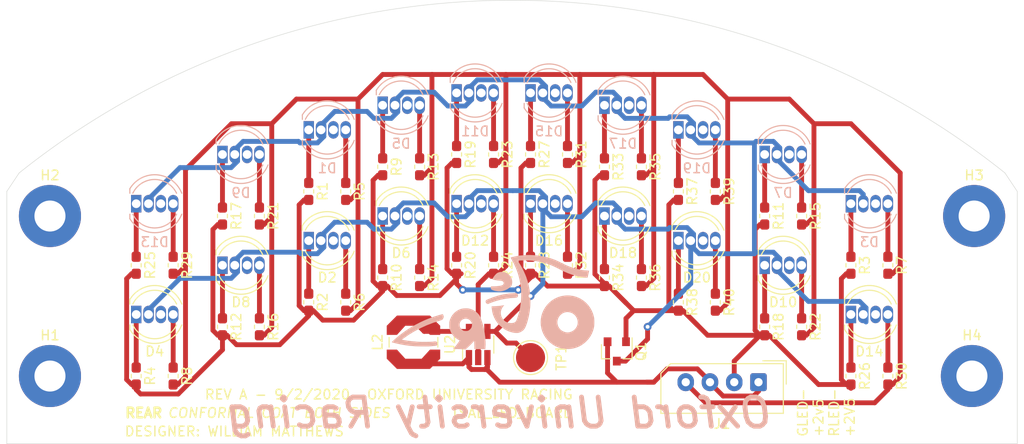
<source format=kicad_pcb>
(kicad_pcb (version 20171130) (host pcbnew 5.1.5-52549c5~84~ubuntu18.04.1)
  (layers (0 F.Cu signal) (31 B.Cu signal) (34 B.Paste user) (35 F.Paste user) (36 B.SilkS user) (37 F.SilkS user) (38 B.Mask user) (39 F.Mask user) (44 Edge.Cuts user))
  (net 0 "")
  (net 1 "Net-(D1-Pad4)")
  (net 2 "Net-(D1-Pad3)")
  (net 3 +2V5)
  (net 4 "Net-(D1-Pad1)")
  (net 5 "Net-(D2-Pad4)")
  (net 6 "Net-(D2-Pad3)")
  (net 7 "Net-(D2-Pad1)")
  (net 8 "Net-(D3-Pad4)")
  (net 9 "Net-(D3-Pad3)")
  (net 10 "Net-(D3-Pad1)")
  (net 11 "Net-(D4-Pad4)")
  (net 12 "Net-(D4-Pad3)")
  (net 13 "Net-(D4-Pad1)")
  (net 14 "Net-(D5-Pad4)")
  (net 15 "Net-(D5-Pad3)")
  (net 16 "Net-(D5-Pad1)")
  (net 17 "Net-(D6-Pad4)")
  (net 18 "Net-(D6-Pad3)")
  (net 19 "Net-(D6-Pad1)")
  (net 20 "Net-(D7-Pad4)")
  (net 21 "Net-(D7-Pad3)")
  (net 22 "Net-(D7-Pad1)")
  (net 23 "Net-(D8-Pad4)")
  (net 24 "Net-(D8-Pad3)")
  (net 25 "Net-(D8-Pad1)")
  (net 26 "Net-(D9-Pad4)")
  (net 27 "Net-(D9-Pad3)")
  (net 28 "Net-(D9-Pad1)")
  (net 29 "Net-(D10-Pad4)")
  (net 30 "Net-(D10-Pad3)")
  (net 31 "Net-(D10-Pad1)")
  (net 32 "Net-(D11-Pad4)")
  (net 33 "Net-(D11-Pad3)")
  (net 34 "Net-(D11-Pad1)")
  (net 35 "Net-(D12-Pad4)")
  (net 36 "Net-(D12-Pad3)")
  (net 37 "Net-(D12-Pad1)")
  (net 38 "Net-(D13-Pad4)")
  (net 39 "Net-(D13-Pad3)")
  (net 40 "Net-(D13-Pad1)")
  (net 41 "Net-(D14-Pad4)")
  (net 42 "Net-(D14-Pad3)")
  (net 43 "Net-(D14-Pad1)")
  (net 44 "Net-(D15-Pad4)")
  (net 45 "Net-(D15-Pad3)")
  (net 46 "Net-(D15-Pad1)")
  (net 47 "Net-(D16-Pad4)")
  (net 48 "Net-(D16-Pad3)")
  (net 49 "Net-(D16-Pad1)")
  (net 50 "Net-(D17-Pad4)")
  (net 51 "Net-(D17-Pad3)")
  (net 52 "Net-(D17-Pad1)")
  (net 53 "Net-(D18-Pad4)")
  (net 54 "Net-(D18-Pad3)")
  (net 55 "Net-(D18-Pad1)")
  (net 56 "Net-(D19-Pad4)")
  (net 57 "Net-(D19-Pad3)")
  (net 58 "Net-(D19-Pad1)")
  (net 59 "Net-(D20-Pad4)")
  (net 60 "Net-(D20-Pad3)")
  (net 61 "Net-(D20-Pad1)")
  (net 62 /GLED-)
  (net 63 /RLED-)
  (net 64 /LED+)
  (net 65 "Net-(L2-Pad2)")
  (module TestPoint:TestPoint_Pad_D3.0mm (layer F.Cu) (at 128.905 82.55)
    (fp_text reference TP1 (at 3.175 0 90) (layer F.SilkS))
    (fp_text value TestPoint)
    (pad 1 smd circle (at 0 0) (size 3 3) (layers F.Cu F.Mask) (net 64 /LED+))
  )
  (module Package_TO_SOT_SMD:SOT-23 (layer F.Cu) (at 137.795 81.915 270)
    (fp_text reference Q1 (at 0 -2.5 90) (layer F.SilkS))
    (fp_text value Q_PMOS_GSD)
    (pad 3 smd rect (at 1 0 270) (size 0.9 0.8) (layers F.Cu F.Paste F.Mask) (net 64 /LED+))
    (pad 2 smd rect (at -1 0.95 270) (size 0.9 0.8) (layers F.Cu F.Paste F.Mask) (net 3 +2V5))
    (pad 1 smd rect (at -1 -0.95 270) (size 0.9 0.8) (layers F.Cu F.Paste F.Mask) (net 63 /RLED-))
  )
  (module project:OUR-Logo (layer B.Cu) (at 125.095 76.835 180)
    (fp_text reference G*** hide)
    (fp_text value LOGO hide)
  )
  (module Package_TO_SOT_SMD:SOT-23-5_HandSoldering (layer F.Cu) (at 123.51 81.2 90)
    (fp_text reference U2 (at 0 -2.9 90) (layer F.SilkS))
    (fp_text value XC9141)
    (pad 5 smd rect (at 1.35 -0.95 90) (size 1.56 0.65) (layers F.Cu F.Paste F.Mask) (net 65 "Net-(L2-Pad2)"))
    (pad 4 smd rect (at 1.35 0.95 90) (size 1.56 0.65) (layers F.Cu F.Paste F.Mask) (net 64 /LED+))
    (pad 3 smd rect (at -1.35 0.95 90) (size 1.56 0.65) (layers F.Cu F.Paste F.Mask) (net 3 +2V5))
    (pad 2 smd rect (at -1.35 0 90) (size 1.56 0.65) (layers F.Cu F.Paste F.Mask) (net 62 /GLED-))
    (pad 1 smd rect (at -1.35 -0.95 90) (size 1.56 0.65) (layers F.Cu F.Paste F.Mask) (net 3 +2V5))
  )
  (module Inductor_SMD:L_Coilcraft_LPS5030 (layer F.Cu) (at 116.84 80.9675 90)
    (fp_text reference L2 (at 0 -3.7 90) (layer F.SilkS))
    (fp_text value 4.7uH)
    (pad 2 smd custom (at 2.2275 0 90) (size 1.055 3.4) (layers F.Cu F.Paste F.Mask) (net 65 "Net-(L2-Pad2)") (options (clearance outline) (anchor rect)) (primitives (gr_poly (pts (xy -1.4675 -1.7) (xy -0.5275 -0.8445) (xy -0.5275 0.8445) (xy -1.4675 1.7) (xy -1.4675 2.755) (xy -0.5275 2.755) (xy 0.5275 1.7) (xy 0.5275 -1.7) (xy -0.5275 -2.755) (xy -1.4675 -2.755)) (width 0))))
    (pad 1 smd custom (at -2.2275 0 90) (size 1.055 3.4) (layers F.Cu F.Paste F.Mask) (net 3 +2V5) (options (clearance outline) (anchor rect)) (primitives (gr_poly (pts (xy 1.4675 -1.7) (xy 0.5275 -0.8445) (xy 0.5275 0.8445) (xy 1.4675 1.7) (xy 1.4675 2.755) (xy 0.5275 2.755) (xy -0.5275 1.7) (xy -0.5275 -1.7) (xy 0.5275 -2.755) (xy 1.4675 -2.755)) (width 0))))
  )
  (module Resistor_SMD:R_0603_1608Metric_Pad1.05x0.95mm_HandSolder (layer F.Cu) (at 147.955 76.835 270)
    (fp_text reference R40 (at 0 -1.43 90) (layer F.SilkS))
    (fp_text value DNP)
    (pad 2 smd roundrect (at 0.875 0 270) (size 1.05 0.95) (layers F.Cu F.Paste F.Mask) (net 62 /GLED-))
    (pad 1 smd roundrect (at -0.875 0 270) (size 1.05 0.95) (layers F.Cu F.Paste F.Mask) (net 59 "Net-(D20-Pad4)"))
  )
  (module Resistor_SMD:R_0603_1608Metric_Pad1.05x0.95mm_HandSolder (layer F.Cu) (at 147.955 65.405 270)
    (fp_text reference R39 (at 0 -1.43 90) (layer F.SilkS))
    (fp_text value DNP)
    (pad 2 smd roundrect (at 0.875 0 270) (size 1.05 0.95) (layers F.Cu F.Paste F.Mask) (net 62 /GLED-))
    (pad 1 smd roundrect (at -0.875 0 270) (size 1.05 0.95) (layers F.Cu F.Paste F.Mask) (net 56 "Net-(D19-Pad4)"))
  )
  (module Resistor_SMD:R_0603_1608Metric_Pad1.05x0.95mm_HandSolder (layer F.Cu) (at 132.715 73.025 270)
    (fp_text reference R32 (at 0 -1.43 90) (layer F.SilkS))
    (fp_text value DNP)
    (pad 2 smd roundrect (at 0.875 0 270) (size 1.05 0.95) (layers F.Cu F.Paste F.Mask) (net 62 /GLED-))
    (pad 1 smd roundrect (at -0.875 0 270) (size 1.05 0.95) (layers F.Cu F.Paste F.Mask) (net 47 "Net-(D16-Pad4)"))
  )
  (module Resistor_SMD:R_0603_1608Metric_Pad1.05x0.95mm_HandSolder (layer F.Cu) (at 132.715 61.595 270)
    (fp_text reference R31 (at 0 -1.43 90) (layer F.SilkS))
    (fp_text value DNP)
    (pad 2 smd roundrect (at 0.875 0 270) (size 1.05 0.95) (layers F.Cu F.Paste F.Mask) (net 62 /GLED-))
    (pad 1 smd roundrect (at -0.875 0 270) (size 1.05 0.95) (layers F.Cu F.Paste F.Mask) (net 44 "Net-(D15-Pad4)"))
  )
  (module Resistor_SMD:R_0603_1608Metric_Pad1.05x0.95mm_HandSolder (layer F.Cu) (at 125.095 73.025 270)
    (fp_text reference R24 (at 0 -1.43 90) (layer F.SilkS))
    (fp_text value DNP)
    (pad 2 smd roundrect (at 0.875 0 270) (size 1.05 0.95) (layers F.Cu F.Paste F.Mask) (net 62 /GLED-))
    (pad 1 smd roundrect (at -0.875 0 270) (size 1.05 0.95) (layers F.Cu F.Paste F.Mask) (net 35 "Net-(D12-Pad4)"))
  )
  (module Resistor_SMD:R_0603_1608Metric_Pad1.05x0.95mm_HandSolder (layer F.Cu) (at 125.095 61.595 270)
    (fp_text reference R23 (at 0 -1.43 90) (layer F.SilkS))
    (fp_text value DNP)
    (pad 2 smd roundrect (at 0.875 0 270) (size 1.05 0.95) (layers F.Cu F.Paste F.Mask) (net 62 /GLED-))
    (pad 1 smd roundrect (at -0.875 0 270) (size 1.05 0.95) (layers F.Cu F.Paste F.Mask) (net 32 "Net-(D11-Pad4)"))
  )
  (module Resistor_SMD:R_0603_1608Metric_Pad1.05x0.95mm_HandSolder (layer F.Cu) (at 109.855 76.835 270)
    (fp_text reference R6 (at 0 -1.43 90) (layer F.SilkS))
    (fp_text value DNP)
    (pad 2 smd roundrect (at 0.875 0 270) (size 1.05 0.95) (layers F.Cu F.Paste F.Mask) (net 62 /GLED-))
    (pad 1 smd roundrect (at -0.875 0 270) (size 1.05 0.95) (layers F.Cu F.Paste F.Mask) (net 5 "Net-(D2-Pad4)"))
  )
  (module Resistor_SMD:R_0603_1608Metric_Pad1.05x0.95mm_HandSolder (layer F.Cu) (at 144.145 76.835 270)
    (fp_text reference R38 (at 0 -1.43 90) (layer F.SilkS))
    (fp_text value 15R)
    (pad 2 smd roundrect (at 0.875 0 270) (size 1.05 0.95) (layers F.Cu F.Paste F.Mask) (net 63 /RLED-))
    (pad 1 smd roundrect (at -0.875 0 270) (size 1.05 0.95) (layers F.Cu F.Paste F.Mask) (net 61 "Net-(D20-Pad1)"))
  )
  (module Resistor_SMD:R_0603_1608Metric_Pad1.05x0.95mm_HandSolder (layer F.Cu) (at 144.145 65.405 270)
    (fp_text reference R37 (at 0 -1.43 90) (layer F.SilkS))
    (fp_text value 15R)
    (pad 2 smd roundrect (at 0.875 0 270) (size 1.05 0.95) (layers F.Cu F.Paste F.Mask) (net 63 /RLED-))
    (pad 1 smd roundrect (at -0.875 0 270) (size 1.05 0.95) (layers F.Cu F.Paste F.Mask) (net 58 "Net-(D19-Pad1)"))
  )
  (module Resistor_SMD:R_0603_1608Metric_Pad1.05x0.95mm_HandSolder (layer F.Cu) (at 140.335 74.295 270)
    (fp_text reference R36 (at 0 -1.43 90) (layer F.SilkS))
    (fp_text value 39R)
    (pad 2 smd roundrect (at 0.875 0 270) (size 1.05 0.95) (layers F.Cu F.Paste F.Mask) (net 62 /GLED-))
    (pad 1 smd roundrect (at -0.875 0 270) (size 1.05 0.95) (layers F.Cu F.Paste F.Mask) (net 53 "Net-(D18-Pad4)"))
  )
  (module Resistor_SMD:R_0603_1608Metric_Pad1.05x0.95mm_HandSolder (layer F.Cu) (at 140.335 62.865 270)
    (fp_text reference R35 (at 0 -1.43 90) (layer F.SilkS))
    (fp_text value 39R)
    (pad 2 smd roundrect (at 0.875 0 270) (size 1.05 0.95) (layers F.Cu F.Paste F.Mask) (net 62 /GLED-))
    (pad 1 smd roundrect (at -0.875 0 270) (size 1.05 0.95) (layers F.Cu F.Paste F.Mask) (net 50 "Net-(D17-Pad4)"))
  )
  (module Resistor_SMD:R_0603_1608Metric_Pad1.05x0.95mm_HandSolder (layer F.Cu) (at 136.525 74.295 270)
    (fp_text reference R34 (at 0 -1.43 90) (layer F.SilkS))
    (fp_text value 15R)
    (pad 2 smd roundrect (at 0.875 0 270) (size 1.05 0.95) (layers F.Cu F.Paste F.Mask) (net 63 /RLED-))
    (pad 1 smd roundrect (at -0.875 0 270) (size 1.05 0.95) (layers F.Cu F.Paste F.Mask) (net 55 "Net-(D18-Pad1)"))
  )
  (module Resistor_SMD:R_0603_1608Metric_Pad1.05x0.95mm_HandSolder (layer F.Cu) (at 136.525 62.865 270)
    (fp_text reference R33 (at 0 -1.43 90) (layer F.SilkS))
    (fp_text value 15R)
    (pad 2 smd roundrect (at 0.875 0 270) (size 1.05 0.95) (layers F.Cu F.Paste F.Mask) (net 63 /RLED-))
    (pad 1 smd roundrect (at -0.875 0 270) (size 1.05 0.95) (layers F.Cu F.Paste F.Mask) (net 52 "Net-(D17-Pad1)"))
  )
  (module Resistor_SMD:R_0603_1608Metric_Pad1.05x0.95mm_HandSolder (layer F.Cu) (at 165.735 84.455 270)
    (fp_text reference R30 (at 0 -1.43 90) (layer F.SilkS))
    (fp_text value 39R)
    (pad 2 smd roundrect (at 0.875 0 270) (size 1.05 0.95) (layers F.Cu F.Paste F.Mask) (net 62 /GLED-))
    (pad 1 smd roundrect (at -0.875 0 270) (size 1.05 0.95) (layers F.Cu F.Paste F.Mask) (net 41 "Net-(D14-Pad4)"))
  )
  (module Resistor_SMD:R_0603_1608Metric_Pad1.05x0.95mm_HandSolder (layer F.Cu) (at 92.075 73.025 270)
    (fp_text reference R29 (at 0 -1.43 90) (layer F.SilkS))
    (fp_text value 39R)
    (pad 2 smd roundrect (at 0.875 0 270) (size 1.05 0.95) (layers F.Cu F.Paste F.Mask) (net 62 /GLED-))
    (pad 1 smd roundrect (at -0.875 0 270) (size 1.05 0.95) (layers F.Cu F.Paste F.Mask) (net 38 "Net-(D13-Pad4)"))
  )
  (module Resistor_SMD:R_0603_1608Metric_Pad1.05x0.95mm_HandSolder (layer F.Cu) (at 128.905 73.025 270)
    (fp_text reference R28 (at 0 -1.43 90) (layer F.SilkS))
    (fp_text value 15R)
    (pad 2 smd roundrect (at 0.875 0 270) (size 1.05 0.95) (layers F.Cu F.Paste F.Mask) (net 63 /RLED-))
    (pad 1 smd roundrect (at -0.875 0 270) (size 1.05 0.95) (layers F.Cu F.Paste F.Mask) (net 49 "Net-(D16-Pad1)"))
  )
  (module Resistor_SMD:R_0603_1608Metric_Pad1.05x0.95mm_HandSolder (layer F.Cu) (at 128.905 61.595 270)
    (fp_text reference R27 (at 0 -1.43 90) (layer F.SilkS))
    (fp_text value 15R)
    (pad 2 smd roundrect (at 0.875 0 270) (size 1.05 0.95) (layers F.Cu F.Paste F.Mask) (net 63 /RLED-))
    (pad 1 smd roundrect (at -0.875 0 270) (size 1.05 0.95) (layers F.Cu F.Paste F.Mask) (net 46 "Net-(D15-Pad1)"))
  )
  (module Resistor_SMD:R_0603_1608Metric_Pad1.05x0.95mm_HandSolder (layer F.Cu) (at 161.925 84.455 270)
    (fp_text reference R26 (at 0 -1.43 90) (layer F.SilkS))
    (fp_text value 15R)
    (pad 2 smd roundrect (at 0.875 0 270) (size 1.05 0.95) (layers F.Cu F.Paste F.Mask) (net 63 /RLED-))
    (pad 1 smd roundrect (at -0.875 0 270) (size 1.05 0.95) (layers F.Cu F.Paste F.Mask) (net 43 "Net-(D14-Pad1)"))
  )
  (module Resistor_SMD:R_0603_1608Metric_Pad1.05x0.95mm_HandSolder (layer F.Cu) (at 88.265 73.025 270)
    (fp_text reference R25 (at 0 -1.43 90) (layer F.SilkS))
    (fp_text value 15R)
    (pad 2 smd roundrect (at 0.875 0 270) (size 1.05 0.95) (layers F.Cu F.Paste F.Mask) (net 63 /RLED-))
    (pad 1 smd roundrect (at -0.875 0 270) (size 1.05 0.95) (layers F.Cu F.Paste F.Mask) (net 40 "Net-(D13-Pad1)"))
  )
  (module Resistor_SMD:R_0603_1608Metric_Pad1.05x0.95mm_HandSolder (layer F.Cu) (at 156.845 79.375 270)
    (fp_text reference R22 (at 0 -1.43 90) (layer F.SilkS))
    (fp_text value 39R)
    (pad 2 smd roundrect (at 0.875 0 270) (size 1.05 0.95) (layers F.Cu F.Paste F.Mask) (net 62 /GLED-))
    (pad 1 smd roundrect (at -0.875 0 270) (size 1.05 0.95) (layers F.Cu F.Paste F.Mask) (net 29 "Net-(D10-Pad4)"))
  )
  (module Resistor_SMD:R_0603_1608Metric_Pad1.05x0.95mm_HandSolder (layer F.Cu) (at 100.965 67.945 270)
    (fp_text reference R21 (at 0 -1.43 90) (layer F.SilkS))
    (fp_text value 39R)
    (pad 2 smd roundrect (at 0.875 0 270) (size 1.05 0.95) (layers F.Cu F.Paste F.Mask) (net 62 /GLED-))
    (pad 1 smd roundrect (at -0.875 0 270) (size 1.05 0.95) (layers F.Cu F.Paste F.Mask) (net 26 "Net-(D9-Pad4)"))
  )
  (module Resistor_SMD:R_0603_1608Metric_Pad1.05x0.95mm_HandSolder (layer F.Cu) (at 121.285 73.025 270)
    (fp_text reference R20 (at 0 -1.43 90) (layer F.SilkS))
    (fp_text value 15R)
    (pad 2 smd roundrect (at 0.875 0 270) (size 1.05 0.95) (layers F.Cu F.Paste F.Mask) (net 63 /RLED-))
    (pad 1 smd roundrect (at -0.875 0 270) (size 1.05 0.95) (layers F.Cu F.Paste F.Mask) (net 37 "Net-(D12-Pad1)"))
  )
  (module Resistor_SMD:R_0603_1608Metric_Pad1.05x0.95mm_HandSolder (layer F.Cu) (at 121.285 61.595 270)
    (fp_text reference R19 (at 0 -1.43 90) (layer F.SilkS))
    (fp_text value 15R)
    (pad 2 smd roundrect (at 0.875 0 270) (size 1.05 0.95) (layers F.Cu F.Paste F.Mask) (net 63 /RLED-))
    (pad 1 smd roundrect (at -0.875 0 270) (size 1.05 0.95) (layers F.Cu F.Paste F.Mask) (net 34 "Net-(D11-Pad1)"))
  )
  (module Resistor_SMD:R_0603_1608Metric_Pad1.05x0.95mm_HandSolder (layer F.Cu) (at 153.035 79.375 270)
    (fp_text reference R18 (at 0 -1.43 90) (layer F.SilkS))
    (fp_text value 15R)
    (pad 2 smd roundrect (at 0.875 0 270) (size 1.05 0.95) (layers F.Cu F.Paste F.Mask) (net 63 /RLED-))
    (pad 1 smd roundrect (at -0.875 0 270) (size 1.05 0.95) (layers F.Cu F.Paste F.Mask) (net 31 "Net-(D10-Pad1)"))
  )
  (module Resistor_SMD:R_0603_1608Metric_Pad1.05x0.95mm_HandSolder (layer F.Cu) (at 97.155 67.945 270)
    (fp_text reference R17 (at 0 -1.43 90) (layer F.SilkS))
    (fp_text value 15R)
    (pad 2 smd roundrect (at 0.875 0 270) (size 1.05 0.95) (layers F.Cu F.Paste F.Mask) (net 63 /RLED-))
    (pad 1 smd roundrect (at -0.875 0 270) (size 1.05 0.95) (layers F.Cu F.Paste F.Mask) (net 28 "Net-(D9-Pad1)"))
  )
  (module Resistor_SMD:R_0603_1608Metric_Pad1.05x0.95mm_HandSolder (layer F.Cu) (at 100.965 79.375 270)
    (fp_text reference R16 (at 0 -1.43 90) (layer F.SilkS))
    (fp_text value 39R)
    (pad 2 smd roundrect (at 0.875 0 270) (size 1.05 0.95) (layers F.Cu F.Paste F.Mask) (net 62 /GLED-))
    (pad 1 smd roundrect (at -0.875 0 270) (size 1.05 0.95) (layers F.Cu F.Paste F.Mask) (net 23 "Net-(D8-Pad4)"))
  )
  (module Resistor_SMD:R_0603_1608Metric_Pad1.05x0.95mm_HandSolder (layer F.Cu) (at 156.845 67.945 270)
    (fp_text reference R15 (at 0 -1.43 90) (layer F.SilkS))
    (fp_text value 39R)
    (pad 2 smd roundrect (at 0.875 0 270) (size 1.05 0.95) (layers F.Cu F.Paste F.Mask) (net 62 /GLED-))
    (pad 1 smd roundrect (at -0.875 0 270) (size 1.05 0.95) (layers F.Cu F.Paste F.Mask) (net 20 "Net-(D7-Pad4)"))
  )
  (module Resistor_SMD:R_0603_1608Metric_Pad1.05x0.95mm_HandSolder (layer F.Cu) (at 117.475 74.295 270)
    (fp_text reference R14 (at 0 -1.43 90) (layer F.SilkS))
    (fp_text value 39R)
    (pad 2 smd roundrect (at 0.875 0 270) (size 1.05 0.95) (layers F.Cu F.Paste F.Mask) (net 62 /GLED-))
    (pad 1 smd roundrect (at -0.875 0 270) (size 1.05 0.95) (layers F.Cu F.Paste F.Mask) (net 17 "Net-(D6-Pad4)"))
  )
  (module Resistor_SMD:R_0603_1608Metric_Pad1.05x0.95mm_HandSolder (layer F.Cu) (at 117.475 62.865 270)
    (fp_text reference R13 (at 0 -1.43 90) (layer F.SilkS))
    (fp_text value 39R)
    (pad 2 smd roundrect (at 0.875 0 270) (size 1.05 0.95) (layers F.Cu F.Paste F.Mask) (net 62 /GLED-))
    (pad 1 smd roundrect (at -0.875 0 270) (size 1.05 0.95) (layers F.Cu F.Paste F.Mask) (net 14 "Net-(D5-Pad4)"))
  )
  (module Resistor_SMD:R_0603_1608Metric_Pad1.05x0.95mm_HandSolder (layer F.Cu) (at 97.155 79.375 270)
    (fp_text reference R12 (at 0 -1.43 90) (layer F.SilkS))
    (fp_text value 15R)
    (pad 2 smd roundrect (at 0.875 0 270) (size 1.05 0.95) (layers F.Cu F.Paste F.Mask) (net 63 /RLED-))
    (pad 1 smd roundrect (at -0.875 0 270) (size 1.05 0.95) (layers F.Cu F.Paste F.Mask) (net 25 "Net-(D8-Pad1)"))
  )
  (module Resistor_SMD:R_0603_1608Metric_Pad1.05x0.95mm_HandSolder (layer F.Cu) (at 153.035 67.945 270)
    (fp_text reference R11 (at 0 -1.43 90) (layer F.SilkS))
    (fp_text value 15R)
    (pad 2 smd roundrect (at 0.875 0 270) (size 1.05 0.95) (layers F.Cu F.Paste F.Mask) (net 63 /RLED-))
    (pad 1 smd roundrect (at -0.875 0 270) (size 1.05 0.95) (layers F.Cu F.Paste F.Mask) (net 22 "Net-(D7-Pad1)"))
  )
  (module Resistor_SMD:R_0603_1608Metric_Pad1.05x0.95mm_HandSolder (layer F.Cu) (at 113.665 74.295 270)
    (fp_text reference R10 (at 0 -1.43 90) (layer F.SilkS))
    (fp_text value 15R)
    (pad 2 smd roundrect (at 0.875 0 270) (size 1.05 0.95) (layers F.Cu F.Paste F.Mask) (net 63 /RLED-))
    (pad 1 smd roundrect (at -0.875 0 270) (size 1.05 0.95) (layers F.Cu F.Paste F.Mask) (net 19 "Net-(D6-Pad1)"))
  )
  (module Resistor_SMD:R_0603_1608Metric_Pad1.05x0.95mm_HandSolder (layer F.Cu) (at 113.665 62.865 270)
    (fp_text reference R9 (at 0 -1.43 90) (layer F.SilkS))
    (fp_text value 15R)
    (pad 2 smd roundrect (at 0.875 0 270) (size 1.05 0.95) (layers F.Cu F.Paste F.Mask) (net 63 /RLED-))
    (pad 1 smd roundrect (at -0.875 0 270) (size 1.05 0.95) (layers F.Cu F.Paste F.Mask) (net 16 "Net-(D5-Pad1)"))
  )
  (module Resistor_SMD:R_0603_1608Metric_Pad1.05x0.95mm_HandSolder (layer F.Cu) (at 92.075 84.455 270)
    (fp_text reference R8 (at 0 -1.43 90) (layer F.SilkS))
    (fp_text value 39R)
    (pad 2 smd roundrect (at 0.875 0 270) (size 1.05 0.95) (layers F.Cu F.Paste F.Mask) (net 62 /GLED-))
    (pad 1 smd roundrect (at -0.875 0 270) (size 1.05 0.95) (layers F.Cu F.Paste F.Mask) (net 11 "Net-(D4-Pad4)"))
  )
  (module Resistor_SMD:R_0603_1608Metric_Pad1.05x0.95mm_HandSolder (layer F.Cu) (at 165.735 73.025 270)
    (fp_text reference R7 (at 0 -1.43 90) (layer F.SilkS))
    (fp_text value 39R)
    (pad 2 smd roundrect (at 0.875 0 270) (size 1.05 0.95) (layers F.Cu F.Paste F.Mask) (net 62 /GLED-))
    (pad 1 smd roundrect (at -0.875 0 270) (size 1.05 0.95) (layers F.Cu F.Paste F.Mask) (net 8 "Net-(D3-Pad4)"))
  )
  (module Resistor_SMD:R_0603_1608Metric_Pad1.05x0.95mm_HandSolder (layer F.Cu) (at 109.855 65.405 270)
    (fp_text reference R5 (at 0 -1.43 90) (layer F.SilkS))
    (fp_text value DNP)
    (pad 2 smd roundrect (at 0.875 0 270) (size 1.05 0.95) (layers F.Cu F.Paste F.Mask) (net 62 /GLED-))
    (pad 1 smd roundrect (at -0.875 0 270) (size 1.05 0.95) (layers F.Cu F.Paste F.Mask) (net 1 "Net-(D1-Pad4)"))
  )
  (module Resistor_SMD:R_0603_1608Metric_Pad1.05x0.95mm_HandSolder (layer F.Cu) (at 88.265 84.455 270)
    (fp_text reference R4 (at 0 -1.43 90) (layer F.SilkS))
    (fp_text value 15R)
    (pad 2 smd roundrect (at 0.875 0 270) (size 1.05 0.95) (layers F.Cu F.Paste F.Mask) (net 63 /RLED-))
    (pad 1 smd roundrect (at -0.875 0 270) (size 1.05 0.95) (layers F.Cu F.Paste F.Mask) (net 13 "Net-(D4-Pad1)"))
  )
  (module Resistor_SMD:R_0603_1608Metric_Pad1.05x0.95mm_HandSolder (layer F.Cu) (at 161.925 73.025 270)
    (fp_text reference R3 (at 0 -1.43 90) (layer F.SilkS))
    (fp_text value 15R)
    (pad 2 smd roundrect (at 0.875 0 270) (size 1.05 0.95) (layers F.Cu F.Paste F.Mask) (net 63 /RLED-))
    (pad 1 smd roundrect (at -0.875 0 270) (size 1.05 0.95) (layers F.Cu F.Paste F.Mask) (net 10 "Net-(D3-Pad1)"))
  )
  (module Resistor_SMD:R_0603_1608Metric_Pad1.05x0.95mm_HandSolder (layer F.Cu) (at 106.045 76.835 270)
    (fp_text reference R2 (at 0 -1.43 90) (layer F.SilkS))
    (fp_text value 15R)
    (pad 2 smd roundrect (at 0.875 0 270) (size 1.05 0.95) (layers F.Cu F.Paste F.Mask) (net 63 /RLED-))
    (pad 1 smd roundrect (at -0.875 0 270) (size 1.05 0.95) (layers F.Cu F.Paste F.Mask) (net 7 "Net-(D2-Pad1)"))
  )
  (module Resistor_SMD:R_0603_1608Metric_Pad1.05x0.95mm_HandSolder (layer F.Cu) (at 106.045 65.405 270)
    (fp_text reference R1 (at 0 -1.43 90) (layer F.SilkS))
    (fp_text value 15R)
    (pad 2 smd roundrect (at 0.875 0 270) (size 1.05 0.95) (layers F.Cu F.Paste F.Mask) (net 63 /RLED-))
    (pad 1 smd roundrect (at -0.875 0 270) (size 1.05 0.95) (layers F.Cu F.Paste F.Mask) (net 4 "Net-(D1-Pad1)"))
  )
  (module Connector_Molex:Molex_SPOX_5267-04A_1x04_P2.50mm_Vertical (layer F.Cu) (at 152.4 85.09 180)
    (fp_text reference J1 (at 3.75 -4.3) (layer F.SilkS))
    (fp_text value Mini-SPOX)
    (pad 4 thru_hole oval (at 7.5 0 180) (size 1.7 1.85) (drill 0.85) (layers *.Cu *.Mask) (net 62 /GLED-))
    (pad 3 thru_hole oval (at 5 0 180) (size 1.7 1.85) (drill 0.85) (layers *.Cu *.Mask) (net 3 +2V5))
    (pad 2 thru_hole oval (at 2.5 0 180) (size 1.7 1.85) (drill 0.85) (layers *.Cu *.Mask) (net 63 /RLED-))
    (pad 1 thru_hole roundrect (at 0 0 180) (size 1.7 1.85) (drill 0.85) (layers *.Cu *.Mask) (roundrect_rratio 0.147059) (net 3 +2V5))
  )
  (module MountingHole:MountingHole_3.2mm_M3_Pad (layer F.Cu) (at 174.395 84.455)
    (fp_text reference H4 (at 0 -4.2) (layer F.SilkS))
    (fp_text value MountingHole)
    (pad 1 thru_hole circle (at 0 0) (size 6.4 6.4) (drill 3.2) (layers *.Cu *.Mask))
  )
  (module MountingHole:MountingHole_3.2mm_M3_Pad (layer F.Cu) (at 174.625 67.945)
    (fp_text reference H3 (at 0 -4.2) (layer F.SilkS))
    (fp_text value MountingHole)
    (pad 1 thru_hole circle (at 0 0) (size 6.4 6.4) (drill 3.2) (layers *.Cu *.Mask))
  )
  (module MountingHole:MountingHole_3.2mm_M3_Pad (layer F.Cu) (at 79.375 67.945)
    (fp_text reference H2 (at 0 -4.2) (layer F.SilkS))
    (fp_text value MountingHole)
    (pad 1 thru_hole circle (at 0 0) (size 6.4 6.4) (drill 3.2) (layers *.Cu *.Mask))
  )
  (module MountingHole:MountingHole_3.2mm_M3_Pad (layer F.Cu) (at 79.375 84.455)
    (fp_text reference H1 (at 0 -4.2) (layer F.SilkS))
    (fp_text value MountingHole)
    (pad 1 thru_hole circle (at 0 0) (size 6.4 6.4) (drill 3.2) (layers *.Cu *.Mask))
  )
  (module LED_THT:LED_D5.0mm-4_RGB (layer F.Cu) (at 144.145 70.485)
    (fp_text reference D20 (at 1.905 3.81) (layer F.SilkS))
    (fp_text value LED_RABG)
    (pad 4 thru_hole oval (at 3.81 0) (size 1.07 1.8) (drill 0.9) (layers *.Cu *.Mask) (net 59 "Net-(D20-Pad4)"))
    (pad 3 thru_hole oval (at 2.54 0) (size 1.07 1.8) (drill 0.9) (layers *.Cu *.Mask) (net 60 "Net-(D20-Pad3)"))
    (pad 2 thru_hole oval (at 1.27 0) (size 1.07 1.8) (drill 0.9) (layers *.Cu *.Mask) (net 64 /LED+))
    (pad 1 thru_hole rect (at 0 0) (size 1.07 1.8) (drill 0.9) (layers *.Cu *.Mask) (net 61 "Net-(D20-Pad1)"))
  )
  (module LED_THT:LED_D5.0mm-4_RGB (layer B.Cu) (at 144.145 59.055)
    (fp_text reference D19 (at 1.905 3.96) (layer B.SilkS) (effects (justify mirror)))
    (fp_text value LED_RABG)
    (pad 4 thru_hole oval (at 3.81 0) (size 1.07 1.8) (drill 0.9) (layers *.Cu *.Mask) (net 56 "Net-(D19-Pad4)"))
    (pad 3 thru_hole oval (at 2.54 0) (size 1.07 1.8) (drill 0.9) (layers *.Cu *.Mask) (net 57 "Net-(D19-Pad3)"))
    (pad 2 thru_hole oval (at 1.27 0) (size 1.07 1.8) (drill 0.9) (layers *.Cu *.Mask) (net 64 /LED+))
    (pad 1 thru_hole rect (at 0 0) (size 1.07 1.8) (drill 0.9) (layers *.Cu *.Mask) (net 58 "Net-(D19-Pad1)"))
  )
  (module LED_THT:LED_D5.0mm-4_RGB (layer F.Cu) (at 136.525 67.945)
    (fp_text reference D18 (at 1.905 3.81) (layer F.SilkS))
    (fp_text value LED_RABG)
    (pad 4 thru_hole oval (at 3.81 0) (size 1.07 1.8) (drill 0.9) (layers *.Cu *.Mask) (net 53 "Net-(D18-Pad4)"))
    (pad 3 thru_hole oval (at 2.54 0) (size 1.07 1.8) (drill 0.9) (layers *.Cu *.Mask) (net 54 "Net-(D18-Pad3)"))
    (pad 2 thru_hole oval (at 1.27 0) (size 1.07 1.8) (drill 0.9) (layers *.Cu *.Mask) (net 64 /LED+))
    (pad 1 thru_hole rect (at 0 0) (size 1.07 1.8) (drill 0.9) (layers *.Cu *.Mask) (net 55 "Net-(D18-Pad1)"))
  )
  (module LED_THT:LED_D5.0mm-4_RGB (layer B.Cu) (at 136.525 56.515)
    (fp_text reference D17 (at 1.905 3.96) (layer B.SilkS) (effects (justify mirror)))
    (fp_text value LED_RABG)
    (pad 4 thru_hole oval (at 3.81 0) (size 1.07 1.8) (drill 0.9) (layers *.Cu *.Mask) (net 50 "Net-(D17-Pad4)"))
    (pad 3 thru_hole oval (at 2.54 0) (size 1.07 1.8) (drill 0.9) (layers *.Cu *.Mask) (net 51 "Net-(D17-Pad3)"))
    (pad 2 thru_hole oval (at 1.27 0) (size 1.07 1.8) (drill 0.9) (layers *.Cu *.Mask) (net 64 /LED+))
    (pad 1 thru_hole rect (at 0 0) (size 1.07 1.8) (drill 0.9) (layers *.Cu *.Mask) (net 52 "Net-(D17-Pad1)"))
  )
  (module LED_THT:LED_D5.0mm-4_RGB (layer F.Cu) (at 128.905 66.675)
    (fp_text reference D16 (at 1.905 3.81) (layer F.SilkS))
    (fp_text value LED_RABG)
    (pad 4 thru_hole oval (at 3.81 0) (size 1.07 1.8) (drill 0.9) (layers *.Cu *.Mask) (net 47 "Net-(D16-Pad4)"))
    (pad 3 thru_hole oval (at 2.54 0) (size 1.07 1.8) (drill 0.9) (layers *.Cu *.Mask) (net 48 "Net-(D16-Pad3)"))
    (pad 2 thru_hole oval (at 1.27 0) (size 1.07 1.8) (drill 0.9) (layers *.Cu *.Mask) (net 64 /LED+))
    (pad 1 thru_hole rect (at 0 0) (size 1.07 1.8) (drill 0.9) (layers *.Cu *.Mask) (net 49 "Net-(D16-Pad1)"))
  )
  (module LED_THT:LED_D5.0mm-4_RGB (layer B.Cu) (at 128.905 55.245)
    (fp_text reference D15 (at 1.905 3.96) (layer B.SilkS) (effects (justify mirror)))
    (fp_text value LED_RABG)
    (pad 4 thru_hole oval (at 3.81 0) (size 1.07 1.8) (drill 0.9) (layers *.Cu *.Mask) (net 44 "Net-(D15-Pad4)"))
    (pad 3 thru_hole oval (at 2.54 0) (size 1.07 1.8) (drill 0.9) (layers *.Cu *.Mask) (net 45 "Net-(D15-Pad3)"))
    (pad 2 thru_hole oval (at 1.27 0) (size 1.07 1.8) (drill 0.9) (layers *.Cu *.Mask) (net 64 /LED+))
    (pad 1 thru_hole rect (at 0 0) (size 1.07 1.8) (drill 0.9) (layers *.Cu *.Mask) (net 46 "Net-(D15-Pad1)"))
  )
  (module LED_THT:LED_D5.0mm-4_RGB (layer F.Cu) (at 161.925 78.105)
    (fp_text reference D14 (at 1.905 3.81) (layer F.SilkS))
    (fp_text value LED_RABG)
    (pad 4 thru_hole oval (at 3.81 0) (size 1.07 1.8) (drill 0.9) (layers *.Cu *.Mask) (net 41 "Net-(D14-Pad4)"))
    (pad 3 thru_hole oval (at 2.54 0) (size 1.07 1.8) (drill 0.9) (layers *.Cu *.Mask) (net 42 "Net-(D14-Pad3)"))
    (pad 2 thru_hole oval (at 1.27 0) (size 1.07 1.8) (drill 0.9) (layers *.Cu *.Mask) (net 64 /LED+))
    (pad 1 thru_hole rect (at 0 0) (size 1.07 1.8) (drill 0.9) (layers *.Cu *.Mask) (net 43 "Net-(D14-Pad1)"))
  )
  (module LED_THT:LED_D5.0mm-4_RGB (layer B.Cu) (at 88.265 66.675)
    (fp_text reference D13 (at 1.905 3.96) (layer B.SilkS) (effects (justify mirror)))
    (fp_text value LED_RABG)
    (pad 4 thru_hole oval (at 3.81 0) (size 1.07 1.8) (drill 0.9) (layers *.Cu *.Mask) (net 38 "Net-(D13-Pad4)"))
    (pad 3 thru_hole oval (at 2.54 0) (size 1.07 1.8) (drill 0.9) (layers *.Cu *.Mask) (net 39 "Net-(D13-Pad3)"))
    (pad 2 thru_hole oval (at 1.27 0) (size 1.07 1.8) (drill 0.9) (layers *.Cu *.Mask) (net 64 /LED+))
    (pad 1 thru_hole rect (at 0 0) (size 1.07 1.8) (drill 0.9) (layers *.Cu *.Mask) (net 40 "Net-(D13-Pad1)"))
  )
  (module LED_THT:LED_D5.0mm-4_RGB (layer F.Cu) (at 121.285 66.675)
    (fp_text reference D12 (at 1.905 3.81) (layer F.SilkS))
    (fp_text value LED_RABG)
    (pad 4 thru_hole oval (at 3.81 0) (size 1.07 1.8) (drill 0.9) (layers *.Cu *.Mask) (net 35 "Net-(D12-Pad4)"))
    (pad 3 thru_hole oval (at 2.54 0) (size 1.07 1.8) (drill 0.9) (layers *.Cu *.Mask) (net 36 "Net-(D12-Pad3)"))
    (pad 2 thru_hole oval (at 1.27 0) (size 1.07 1.8) (drill 0.9) (layers *.Cu *.Mask) (net 64 /LED+))
    (pad 1 thru_hole rect (at 0 0) (size 1.07 1.8) (drill 0.9) (layers *.Cu *.Mask) (net 37 "Net-(D12-Pad1)"))
  )
  (module LED_THT:LED_D5.0mm-4_RGB (layer B.Cu) (at 121.285 55.245)
    (fp_text reference D11 (at 1.905 3.96) (layer B.SilkS) (effects (justify mirror)))
    (fp_text value LED_RABG)
    (pad 4 thru_hole oval (at 3.81 0) (size 1.07 1.8) (drill 0.9) (layers *.Cu *.Mask) (net 32 "Net-(D11-Pad4)"))
    (pad 3 thru_hole oval (at 2.54 0) (size 1.07 1.8) (drill 0.9) (layers *.Cu *.Mask) (net 33 "Net-(D11-Pad3)"))
    (pad 2 thru_hole oval (at 1.27 0) (size 1.07 1.8) (drill 0.9) (layers *.Cu *.Mask) (net 64 /LED+))
    (pad 1 thru_hole rect (at 0 0) (size 1.07 1.8) (drill 0.9) (layers *.Cu *.Mask) (net 34 "Net-(D11-Pad1)"))
  )
  (module LED_THT:LED_D5.0mm-4_RGB (layer F.Cu) (at 153.035 73.025)
    (fp_text reference D10 (at 1.905 3.81) (layer F.SilkS))
    (fp_text value LED_RABG)
    (pad 4 thru_hole oval (at 3.81 0) (size 1.07 1.8) (drill 0.9) (layers *.Cu *.Mask) (net 29 "Net-(D10-Pad4)"))
    (pad 3 thru_hole oval (at 2.54 0) (size 1.07 1.8) (drill 0.9) (layers *.Cu *.Mask) (net 30 "Net-(D10-Pad3)"))
    (pad 2 thru_hole oval (at 1.27 0) (size 1.07 1.8) (drill 0.9) (layers *.Cu *.Mask) (net 64 /LED+))
    (pad 1 thru_hole rect (at 0 0) (size 1.07 1.8) (drill 0.9) (layers *.Cu *.Mask) (net 31 "Net-(D10-Pad1)"))
  )
  (module LED_THT:LED_D5.0mm-4_RGB (layer B.Cu) (at 97.155 61.595)
    (fp_text reference D9 (at 1.905 3.96) (layer B.SilkS) (effects (justify mirror)))
    (fp_text value LED_RABG)
    (pad 4 thru_hole oval (at 3.81 0) (size 1.07 1.8) (drill 0.9) (layers *.Cu *.Mask) (net 26 "Net-(D9-Pad4)"))
    (pad 3 thru_hole oval (at 2.54 0) (size 1.07 1.8) (drill 0.9) (layers *.Cu *.Mask) (net 27 "Net-(D9-Pad3)"))
    (pad 2 thru_hole oval (at 1.27 0) (size 1.07 1.8) (drill 0.9) (layers *.Cu *.Mask) (net 64 /LED+))
    (pad 1 thru_hole rect (at 0 0) (size 1.07 1.8) (drill 0.9) (layers *.Cu *.Mask) (net 28 "Net-(D9-Pad1)"))
  )
  (module LED_THT:LED_D5.0mm-4_RGB (layer F.Cu) (at 97.155 73.025)
    (fp_text reference D8 (at 1.905 3.81) (layer F.SilkS))
    (fp_text value LED_RABG)
    (pad 4 thru_hole oval (at 3.81 0) (size 1.07 1.8) (drill 0.9) (layers *.Cu *.Mask) (net 23 "Net-(D8-Pad4)"))
    (pad 3 thru_hole oval (at 2.54 0) (size 1.07 1.8) (drill 0.9) (layers *.Cu *.Mask) (net 24 "Net-(D8-Pad3)"))
    (pad 2 thru_hole oval (at 1.27 0) (size 1.07 1.8) (drill 0.9) (layers *.Cu *.Mask) (net 64 /LED+))
    (pad 1 thru_hole rect (at 0 0) (size 1.07 1.8) (drill 0.9) (layers *.Cu *.Mask) (net 25 "Net-(D8-Pad1)"))
  )
  (module LED_THT:LED_D5.0mm-4_RGB (layer B.Cu) (at 153.035 61.595)
    (fp_text reference D7 (at 1.905 3.96) (layer B.SilkS) (effects (justify mirror)))
    (fp_text value LED_RABG)
    (pad 4 thru_hole oval (at 3.81 0) (size 1.07 1.8) (drill 0.9) (layers *.Cu *.Mask) (net 20 "Net-(D7-Pad4)"))
    (pad 3 thru_hole oval (at 2.54 0) (size 1.07 1.8) (drill 0.9) (layers *.Cu *.Mask) (net 21 "Net-(D7-Pad3)"))
    (pad 2 thru_hole oval (at 1.27 0) (size 1.07 1.8) (drill 0.9) (layers *.Cu *.Mask) (net 64 /LED+))
    (pad 1 thru_hole rect (at 0 0) (size 1.07 1.8) (drill 0.9) (layers *.Cu *.Mask) (net 22 "Net-(D7-Pad1)"))
  )
  (module LED_THT:LED_D5.0mm-4_RGB (layer F.Cu) (at 113.665 67.945)
    (fp_text reference D6 (at 1.905 3.81) (layer F.SilkS))
    (fp_text value LED_RABG)
    (pad 4 thru_hole oval (at 3.81 0) (size 1.07 1.8) (drill 0.9) (layers *.Cu *.Mask) (net 17 "Net-(D6-Pad4)"))
    (pad 3 thru_hole oval (at 2.54 0) (size 1.07 1.8) (drill 0.9) (layers *.Cu *.Mask) (net 18 "Net-(D6-Pad3)"))
    (pad 2 thru_hole oval (at 1.27 0) (size 1.07 1.8) (drill 0.9) (layers *.Cu *.Mask) (net 64 /LED+))
    (pad 1 thru_hole rect (at 0 0) (size 1.07 1.8) (drill 0.9) (layers *.Cu *.Mask) (net 19 "Net-(D6-Pad1)"))
  )
  (module LED_THT:LED_D5.0mm-4_RGB (layer B.Cu) (at 113.665 56.515)
    (fp_text reference D5 (at 1.905 3.96) (layer B.SilkS) (effects (justify mirror)))
    (fp_text value LED_RABG)
    (pad 4 thru_hole oval (at 3.81 0) (size 1.07 1.8) (drill 0.9) (layers *.Cu *.Mask) (net 14 "Net-(D5-Pad4)"))
    (pad 3 thru_hole oval (at 2.54 0) (size 1.07 1.8) (drill 0.9) (layers *.Cu *.Mask) (net 15 "Net-(D5-Pad3)"))
    (pad 2 thru_hole oval (at 1.27 0) (size 1.07 1.8) (drill 0.9) (layers *.Cu *.Mask) (net 64 /LED+))
    (pad 1 thru_hole rect (at 0 0) (size 1.07 1.8) (drill 0.9) (layers *.Cu *.Mask) (net 16 "Net-(D5-Pad1)"))
  )
  (module LED_THT:LED_D5.0mm-4_RGB (layer F.Cu) (at 88.265 78.105)
    (fp_text reference D4 (at 1.905 3.81) (layer F.SilkS))
    (fp_text value LED_RABG)
    (pad 4 thru_hole oval (at 3.81 0) (size 1.07 1.8) (drill 0.9) (layers *.Cu *.Mask) (net 11 "Net-(D4-Pad4)"))
    (pad 3 thru_hole oval (at 2.54 0) (size 1.07 1.8) (drill 0.9) (layers *.Cu *.Mask) (net 12 "Net-(D4-Pad3)"))
    (pad 2 thru_hole oval (at 1.27 0) (size 1.07 1.8) (drill 0.9) (layers *.Cu *.Mask) (net 64 /LED+))
    (pad 1 thru_hole rect (at 0 0) (size 1.07 1.8) (drill 0.9) (layers *.Cu *.Mask) (net 13 "Net-(D4-Pad1)"))
  )
  (module LED_THT:LED_D5.0mm-4_RGB (layer B.Cu) (at 161.925 66.675)
    (fp_text reference D3 (at 1.905 3.96) (layer B.SilkS) (effects (justify mirror)))
    (fp_text value LED_RABG)
    (pad 4 thru_hole oval (at 3.81 0) (size 1.07 1.8) (drill 0.9) (layers *.Cu *.Mask) (net 8 "Net-(D3-Pad4)"))
    (pad 3 thru_hole oval (at 2.54 0) (size 1.07 1.8) (drill 0.9) (layers *.Cu *.Mask) (net 9 "Net-(D3-Pad3)"))
    (pad 2 thru_hole oval (at 1.27 0) (size 1.07 1.8) (drill 0.9) (layers *.Cu *.Mask) (net 64 /LED+))
    (pad 1 thru_hole rect (at 0 0) (size 1.07 1.8) (drill 0.9) (layers *.Cu *.Mask) (net 10 "Net-(D3-Pad1)"))
  )
  (module LED_THT:LED_D5.0mm-4_RGB (layer F.Cu) (at 106.045 70.485)
    (fp_text reference D2 (at 1.905 3.81) (layer F.SilkS))
    (fp_text value LED_RABG)
    (pad 4 thru_hole oval (at 3.81 0) (size 1.07 1.8) (drill 0.9) (layers *.Cu *.Mask) (net 5 "Net-(D2-Pad4)"))
    (pad 3 thru_hole oval (at 2.54 0) (size 1.07 1.8) (drill 0.9) (layers *.Cu *.Mask) (net 6 "Net-(D2-Pad3)"))
    (pad 2 thru_hole oval (at 1.27 0) (size 1.07 1.8) (drill 0.9) (layers *.Cu *.Mask) (net 64 /LED+))
    (pad 1 thru_hole rect (at 0 0) (size 1.07 1.8) (drill 0.9) (layers *.Cu *.Mask) (net 7 "Net-(D2-Pad1)"))
  )
  (module LED_THT:LED_D5.0mm-4_RGB (layer B.Cu) (at 106.045 59.055)
    (fp_text reference D1 (at 1.905 3.96) (layer B.SilkS) (effects (justify mirror)))
    (fp_text value LED_RABG)
    (pad 4 thru_hole oval (at 3.81 0) (size 1.07 1.8) (drill 0.9) (layers *.Cu *.Mask) (net 1 "Net-(D1-Pad4)"))
    (pad 3 thru_hole oval (at 2.54 0) (size 1.07 1.8) (drill 0.9) (layers *.Cu *.Mask) (net 2 "Net-(D1-Pad3)"))
    (pad 2 thru_hole oval (at 1.27 0) (size 1.07 1.8) (drill 0.9) (layers *.Cu *.Mask) (net 64 /LED+))
    (pad 1 thru_hole rect (at 0 0) (size 1.07 1.8) (drill 0.9) (layers *.Cu *.Mask) (net 4 "Net-(D1-Pad1)"))
  )
  (gr_line (start 74.93 91.44) (end 74.93 65.405) (layer Edge.Cuts) (width 0.05))
  (gr_line (start 179.07 91.44) (end 74.93 91.44) (layer Edge.Cuts) (width 0.05))
  (gr_line (start 179.07 65.405) (end 179.07 91.44) (layer Edge.Cuts) (width 0.05))
  (gr_text "OXFORD UNIVERSITY RACING" (at 133.35 86.36) (layer F.SilkS) (effects (font (size 1 1)) (justify right)))
  (gr_text REAR (at 86.995 88.265) (layer F.SilkS) (effects (font (size 1 1) (thickness 0.25)) (justify left)))
  (gr_text "Oxford University Racing" (at 125.73 88.265) (layer B.SilkS) (effects (font (size 3 3) (thickness 0.5) italic) (justify mirror)))
  (gr_text "GLED-\n+2v5\nRLED-\n+2V5" (at 159.385 90.805 90) (layer F.SilkS) (effects (font (size 1 1)) (justify left)))
  (gr_text "DESIGNER: WILLIAM MATTHEWS" (at 86.995 90.17) (layer F.SilkS) (effects (font (size 1 1)) (justify left)))
  (gr_text "REV A - 9/2/2020" (at 95.25 86.36) (layer F.SilkS) (effects (font (size 1 1)) (justify left)))
  (gr_text "CONFORMAL COAT BOTH SIDES" (at 91.44 88.265) (layer F.SilkS) (effects (font (size 1 1) (thickness 0.15) italic) (justify left)))
  (gr_text TSAL_LED_BOARD (at 133.35 88.265) (layer F.SilkS) (effects (font (size 1 1)) (justify right)))
  (gr_line (start 76.200001 63.500001) (end 74.93 65.405) (layer Edge.Cuts) (width 0.05))
  (gr_line (start 177.8 63.5) (end 179.07 65.405) (layer Edge.Cuts) (width 0.05))
  (gr_arc (start 127 127) (end 177.799999 63.500001) (angle -77.31961651) (layer Edge.Cuts) (width 0.05))
  (segment (start 109.855 64.53) (end 109.855 59.055) (width 0.5) (layer F.Cu) (net 1))
  (segment (start 121.915 83.195) (end 122.56 82.55) (width 0.5) (layer F.Cu) (net 3))
  (segment (start 116.84 83.195) (end 121.915 83.195) (width 0.5) (layer F.Cu) (net 3))
  (segment (start 122.824999 83.780001) (end 122.56 83.515002) (width 0.5) (layer F.Cu) (net 3))
  (segment (start 124.195001 83.780001) (end 122.824999 83.780001) (width 0.5) (layer F.Cu) (net 3))
  (segment (start 124.46 83.515002) (end 124.195001 83.780001) (width 0.5) (layer F.Cu) (net 3))
  (segment (start 122.56 83.515002) (end 122.56 82.55) (width 0.5) (layer F.Cu) (net 3))
  (segment (start 124.46 82.55) (end 124.46 83.515002) (width 0.5) (layer F.Cu) (net 3))
  (segment (start 124.46 83.83) (end 125.72 85.09) (width 0.5) (layer F.Cu) (net 3))
  (segment (start 124.46 82.55) (end 124.46 83.83) (width 0.5) (layer F.Cu) (net 3))
  (segment (start 147.4 85.165) (end 147.4 85.09) (width 0.5) (layer F.Cu) (net 3))
  (segment (start 148.75 86.515) (end 147.4 85.165) (width 0.5) (layer F.Cu) (net 3))
  (segment (start 151.9 86.515) (end 148.75 86.515) (width 0.5) (layer F.Cu) (net 3))
  (segment (start 152.4 86.015) (end 151.9 86.515) (width 0.5) (layer F.Cu) (net 3))
  (segment (start 152.4 85.09) (end 152.4 86.015) (width 0.5) (layer F.Cu) (net 3))
  (segment (start 142.98001 83.71499) (end 141.605 85.09) (width 0.5) (layer F.Cu) (net 3))
  (segment (start 146.09999 83.71499) (end 142.98001 83.71499) (width 0.5) (layer F.Cu) (net 3))
  (segment (start 147.4 85.015) (end 146.09999 83.71499) (width 0.5) (layer F.Cu) (net 3))
  (segment (start 147.4 85.09) (end 147.4 85.015) (width 0.5) (layer F.Cu) (net 3))
  (segment (start 140.87 85.09) (end 141.605 85.09) (width 0.5) (layer F.Cu) (net 3))
  (segment (start 136.845 80.915) (end 136.845 80.965) (width 0.5) (layer F.Cu) (net 3))
  (segment (start 136.845 80.915) (end 136.845 84.14) (width 0.5) (layer F.Cu) (net 3))
  (segment (start 136.845 84.14) (end 137.795 85.09) (width 0.5) (layer F.Cu) (net 3))
  (segment (start 125.72 85.09) (end 137.795 85.09) (width 0.5) (layer F.Cu) (net 3))
  (segment (start 137.795 85.09) (end 141.605 85.09) (width 0.5) (layer F.Cu) (net 3))
  (segment (start 106.045 64.53) (end 106.045 59.055) (width 0.5) (layer F.Cu) (net 4))
  (segment (start 109.855 70.485) (end 109.855 75.96) (width 0.5) (layer F.Cu) (net 5))
  (segment (start 106.045 75.96) (end 106.045 70.485) (width 0.5) (layer F.Cu) (net 7))
  (segment (start 165.735 72.15) (end 165.735 66.675) (width 0.5) (layer F.Cu) (net 8))
  (segment (start 161.925 72.15) (end 161.925 66.675) (width 0.5) (layer F.Cu) (net 10))
  (segment (start 92.075 78.105) (end 92.075 83.58) (width 0.5) (layer F.Cu) (net 11))
  (segment (start 88.265 83.58) (end 88.265 78.105) (width 0.5) (layer F.Cu) (net 13))
  (segment (start 117.475 61.99) (end 117.475 56.515) (width 0.5) (layer F.Cu) (net 14))
  (segment (start 113.665 56.515) (end 113.665 61.99) (width 0.5) (layer F.Cu) (net 16))
  (segment (start 117.475 67.945) (end 117.475 73.42) (width 0.5) (layer F.Cu) (net 17))
  (segment (start 113.665 73.42) (end 113.665 67.945) (width 0.5) (layer F.Cu) (net 19))
  (segment (start 156.845 67.07) (end 156.845 61.595) (width 0.5) (layer F.Cu) (net 20))
  (segment (start 153.035 61.595) (end 153.035 67.07) (width 0.5) (layer F.Cu) (net 22))
  (segment (start 100.965 73.025) (end 100.965 78.5) (width 0.5) (layer F.Cu) (net 23))
  (segment (start 97.155 78.5) (end 97.155 73.025) (width 0.5) (layer F.Cu) (net 25))
  (segment (start 100.965 61.595) (end 100.965 67.07) (width 0.5) (layer F.Cu) (net 26))
  (segment (start 97.155 67.07) (end 97.155 61.595) (width 0.5) (layer F.Cu) (net 28))
  (segment (start 156.845 73.025) (end 156.845 78.5) (width 0.5) (layer F.Cu) (net 29))
  (segment (start 153.035 78.5) (end 153.035 73.025) (width 0.5) (layer F.Cu) (net 31))
  (segment (start 125.095 60.72) (end 125.095 55.245) (width 0.5) (layer F.Cu) (net 32))
  (segment (start 121.285 56.645) (end 121.285 60.72) (width 0.5) (layer F.Cu) (net 34))
  (segment (start 121.285 55.245) (end 121.285 56.645) (width 0.5) (layer F.Cu) (net 34))
  (segment (start 125.095 66.675) (end 125.095 72.15) (width 0.5) (layer F.Cu) (net 35))
  (segment (start 121.285 72.15) (end 121.285 66.675) (width 0.5) (layer F.Cu) (net 37))
  (segment (start 92.075 72.15) (end 92.075 66.675) (width 0.5) (layer F.Cu) (net 38))
  (segment (start 88.265 66.675) (end 88.265 72.15) (width 0.5) (layer F.Cu) (net 40))
  (segment (start 165.735 83.58) (end 165.735 78.105) (width 0.5) (layer F.Cu) (net 41))
  (segment (start 161.925 83.58) (end 161.925 78.105) (width 0.5) (layer F.Cu) (net 43))
  (segment (start 132.715 60.72) (end 132.715 55.245) (width 0.5) (layer F.Cu) (net 44))
  (segment (start 128.905 60.72) (end 128.905 55.245) (width 0.5) (layer F.Cu) (net 46))
  (segment (start 132.715 68.075) (end 132.715 72.15) (width 0.5) (layer F.Cu) (net 47))
  (segment (start 132.715 66.675) (end 132.715 68.075) (width 0.5) (layer F.Cu) (net 47))
  (segment (start 128.905 72.15) (end 128.905 66.675) (width 0.5) (layer F.Cu) (net 49))
  (segment (start 140.335 61.99) (end 140.335 56.515) (width 0.5) (layer F.Cu) (net 50))
  (segment (start 136.525 56.515) (end 136.525 61.595) (width 0.5) (layer F.Cu) (net 52))
  (segment (start 136.525 61.595) (end 136.525 61.99) (width 0.5) (layer F.Cu) (net 52))
  (segment (start 140.335 69.345) (end 140.335 73.42) (width 0.5) (layer F.Cu) (net 53))
  (segment (start 140.335 67.945) (end 140.335 69.345) (width 0.5) (layer F.Cu) (net 53))
  (segment (start 136.525 73.42) (end 136.525 67.945) (width 0.5) (layer F.Cu) (net 55))
  (segment (start 147.955 64.53) (end 147.955 59.055) (width 0.5) (layer F.Cu) (net 56))
  (segment (start 144.145 64.53) (end 144.145 59.055) (width 0.5) (layer F.Cu) (net 58))
  (segment (start 147.955 71.885) (end 147.955 75.96) (width 0.5) (layer F.Cu) (net 59))
  (segment (start 147.955 70.485) (end 147.955 71.885) (width 0.5) (layer F.Cu) (net 59))
  (segment (start 144.145 75.96) (end 144.145 70.485) (width 0.5) (layer F.Cu) (net 61))
  (segment (start 110.33 66.28) (end 111.125 65.485) (width 0.5) (layer F.Cu) (net 62))
  (segment (start 109.855 66.28) (end 110.33 66.28) (width 0.5) (layer F.Cu) (net 62))
  (segment (start 111.125 65.485) (end 111.125 55.88) (width 0.5) (layer F.Cu) (net 62))
  (segment (start 117.95 63.74) (end 118.745 62.945) (width 0.5) (layer F.Cu) (net 62))
  (segment (start 117.475 63.74) (end 117.95 63.74) (width 0.5) (layer F.Cu) (net 62))
  (segment (start 118.745 62.945) (end 118.745 53.34) (width 0.5) (layer F.Cu) (net 62))
  (segment (start 125.57 62.47) (end 126.365 61.675) (width 0.5) (layer F.Cu) (net 62))
  (segment (start 125.095 62.47) (end 125.57 62.47) (width 0.5) (layer F.Cu) (net 62))
  (segment (start 133.19 62.47) (end 133.985 61.675) (width 0.5) (layer F.Cu) (net 62))
  (segment (start 132.715 62.47) (end 133.19 62.47) (width 0.5) (layer F.Cu) (net 62))
  (segment (start 148.43 66.28) (end 149.225 65.485) (width 0.5) (layer F.Cu) (net 62))
  (segment (start 147.955 66.28) (end 148.43 66.28) (width 0.5) (layer F.Cu) (net 62))
  (segment (start 157.32 68.82) (end 158.115 68.025) (width 0.5) (layer F.Cu) (net 62))
  (segment (start 156.845 68.82) (end 157.32 68.82) (width 0.5) (layer F.Cu) (net 62))
  (segment (start 166.21 73.9) (end 167.005 73.105) (width 0.5) (layer F.Cu) (net 62))
  (segment (start 165.735 73.9) (end 166.21 73.9) (width 0.5) (layer F.Cu) (net 62))
  (segment (start 101.44 68.82) (end 100.965 68.82) (width 0.5) (layer F.Cu) (net 62))
  (segment (start 92.55 73.9) (end 93.345 73.105) (width 0.5) (layer F.Cu) (net 62))
  (segment (start 102.235 68.025) (end 101.44 68.82) (width 0.5) (layer F.Cu) (net 62))
  (segment (start 92.075 73.9) (end 92.55 73.9) (width 0.5) (layer F.Cu) (net 62))
  (segment (start 93.345 73.105) (end 93.345 63.159998) (width 0.5) (layer F.Cu) (net 62))
  (segment (start 98.084998 58.42) (end 102.235 58.42) (width 0.5) (layer F.Cu) (net 62))
  (segment (start 93.345 63.159998) (end 98.084998 58.42) (width 0.5) (layer F.Cu) (net 62))
  (segment (start 102.235 58.42) (end 102.235 68.025) (width 0.5) (layer F.Cu) (net 62))
  (segment (start 102.235 58.42) (end 104.775 55.88) (width 0.5) (layer F.Cu) (net 62))
  (segment (start 104.775 55.88) (end 111.125 55.88) (width 0.5) (layer F.Cu) (net 62))
  (segment (start 113.665 53.34) (end 118.745 53.34) (width 0.5) (layer F.Cu) (net 62))
  (segment (start 111.125 55.88) (end 113.665 53.34) (width 0.5) (layer F.Cu) (net 62))
  (segment (start 140.81 63.74) (end 140.335 63.74) (width 0.5) (layer F.Cu) (net 62))
  (segment (start 141.605 62.945) (end 140.81 63.74) (width 0.5) (layer F.Cu) (net 62))
  (segment (start 141.605 53.34) (end 141.605 62.945) (width 0.5) (layer F.Cu) (net 62))
  (segment (start 133.985 53.34) (end 141.605 53.34) (width 0.5) (layer F.Cu) (net 62))
  (segment (start 118.745 53.34) (end 126.365 53.34) (width 0.5) (layer F.Cu) (net 62))
  (segment (start 126.365 53.34) (end 133.985 53.34) (width 0.5) (layer F.Cu) (net 62))
  (segment (start 146.685 53.34) (end 149.225 55.88) (width 0.5) (layer F.Cu) (net 62))
  (segment (start 141.605 53.34) (end 146.685 53.34) (width 0.5) (layer F.Cu) (net 62))
  (segment (start 155.575 55.88) (end 158.115 58.42) (width 0.5) (layer F.Cu) (net 62))
  (segment (start 149.225 55.88) (end 155.575 55.88) (width 0.5) (layer F.Cu) (net 62))
  (segment (start 158.115 58.42) (end 161.925 58.42) (width 0.5) (layer F.Cu) (net 62))
  (segment (start 161.925 58.42) (end 167.005 63.5) (width 0.5) (layer F.Cu) (net 62))
  (segment (start 93.345 84.535) (end 93.345 73.105) (width 0.5) (layer F.Cu) (net 62))
  (segment (start 92.55 85.33) (end 93.345 84.535) (width 0.5) (layer F.Cu) (net 62))
  (segment (start 92.075 85.33) (end 92.55 85.33) (width 0.5) (layer F.Cu) (net 62))
  (segment (start 101.44 80.25) (end 100.965 80.25) (width 0.5) (layer F.Cu) (net 62))
  (segment (start 102.235 79.455) (end 101.44 80.25) (width 0.5) (layer F.Cu) (net 62))
  (segment (start 102.235 68.025) (end 102.235 79.455) (width 0.5) (layer F.Cu) (net 62))
  (segment (start 110.33 77.71) (end 111.125 76.915) (width 0.5) (layer F.Cu) (net 62))
  (segment (start 111.125 76.915) (end 111.125 65.485) (width 0.5) (layer F.Cu) (net 62))
  (segment (start 109.855 77.71) (end 110.33 77.71) (width 0.5) (layer F.Cu) (net 62))
  (segment (start 118.745 74.375) (end 118.745 62.865) (width 0.5) (layer F.Cu) (net 62))
  (segment (start 117.475 75.17) (end 117.95 75.17) (width 0.5) (layer F.Cu) (net 62))
  (segment (start 117.95 75.17) (end 118.745 74.375) (width 0.5) (layer F.Cu) (net 62))
  (segment (start 126.365 73.105) (end 126.365 60.96) (width 0.5) (layer F.Cu) (net 62))
  (segment (start 125.57 73.9) (end 126.365 73.105) (width 0.5) (layer F.Cu) (net 62))
  (segment (start 126.365 61.675) (end 126.365 60.96) (width 0.5) (layer F.Cu) (net 62))
  (segment (start 125.095 73.9) (end 125.57 73.9) (width 0.5) (layer F.Cu) (net 62))
  (segment (start 126.365 60.96) (end 126.365 53.34) (width 0.5) (layer F.Cu) (net 62))
  (segment (start 133.985 73.105) (end 133.985 61.595) (width 0.5) (layer F.Cu) (net 62))
  (segment (start 133.19 73.9) (end 133.985 73.105) (width 0.5) (layer F.Cu) (net 62))
  (segment (start 132.715 73.9) (end 133.19 73.9) (width 0.5) (layer F.Cu) (net 62))
  (segment (start 133.985 61.675) (end 133.985 61.595) (width 0.5) (layer F.Cu) (net 62))
  (segment (start 133.985 61.595) (end 133.985 53.34) (width 0.5) (layer F.Cu) (net 62))
  (segment (start 140.81 75.17) (end 140.335 75.17) (width 0.5) (layer F.Cu) (net 62))
  (segment (start 141.605 74.375) (end 140.81 75.17) (width 0.5) (layer F.Cu) (net 62))
  (segment (start 141.605 62.945) (end 141.605 74.375) (width 0.5) (layer F.Cu) (net 62))
  (segment (start 149.225 76.915) (end 149.225 64.77) (width 0.5) (layer F.Cu) (net 62))
  (segment (start 148.43 77.71) (end 149.225 76.915) (width 0.5) (layer F.Cu) (net 62))
  (segment (start 149.225 65.485) (end 149.225 64.77) (width 0.5) (layer F.Cu) (net 62))
  (segment (start 147.955 77.71) (end 148.43 77.71) (width 0.5) (layer F.Cu) (net 62))
  (segment (start 149.225 64.77) (end 149.225 55.88) (width 0.5) (layer F.Cu) (net 62))
  (segment (start 158.115 79.455) (end 158.115 67.945) (width 0.5) (layer F.Cu) (net 62))
  (segment (start 157.32 80.25) (end 158.115 79.455) (width 0.5) (layer F.Cu) (net 62))
  (segment (start 156.845 80.25) (end 157.32 80.25) (width 0.5) (layer F.Cu) (net 62))
  (segment (start 158.115 68.025) (end 158.115 67.945) (width 0.5) (layer F.Cu) (net 62))
  (segment (start 158.115 67.945) (end 158.115 58.42) (width 0.5) (layer F.Cu) (net 62))
  (segment (start 167.005 84.535) (end 167.005 73.025) (width 0.5) (layer F.Cu) (net 62))
  (segment (start 167.005 73.105) (end 167.005 73.025) (width 0.5) (layer F.Cu) (net 62))
  (segment (start 167.005 73.025) (end 167.005 63.5) (width 0.5) (layer F.Cu) (net 62))
  (segment (start 124.62 73.9) (end 125.095 73.9) (width 0.5) (layer F.Cu) (net 62))
  (segment (start 123.51 75.01) (end 124.62 73.9) (width 0.5) (layer F.Cu) (net 62))
  (segment (start 123.51 82.55) (end 123.51 75.01) (width 0.5) (layer F.Cu) (net 62))
  (segment (start 166.21 85.33) (end 167.005 84.535) (width 0.5) (layer F.Cu) (net 62))
  (segment (start 165.735 85.33) (end 166.21 85.33) (width 0.5) (layer F.Cu) (net 62))
  (segment (start 164.37499 87.21501) (end 165.735 85.855) (width 0.5) (layer F.Cu) (net 62))
  (segment (start 144.9 85.165) (end 146.95001 87.21501) (width 0.5) (layer F.Cu) (net 62))
  (segment (start 165.735 85.855) (end 165.735 85.33) (width 0.5) (layer F.Cu) (net 62))
  (segment (start 146.95001 87.21501) (end 164.37499 87.21501) (width 0.5) (layer F.Cu) (net 62))
  (segment (start 144.9 85.09) (end 144.9 85.165) (width 0.5) (layer F.Cu) (net 62))
  (via (at 121.92 75.565) (size 0.8) (drill 0.4) (layers F.Cu B.Cu) (net 63))
  (via (at 127.635 75.565) (size 0.8) (drill 0.4) (layers F.Cu B.Cu) (net 63))
  (segment (start 96.68 68.82) (end 97.155 68.82) (width 0.5) (layer F.Cu) (net 63))
  (segment (start 96.169999 69.330001) (end 96.68 68.82) (width 0.5) (layer F.Cu) (net 63))
  (segment (start 96.169999 79.739999) (end 96.169999 69.330001) (width 0.5) (layer F.Cu) (net 63))
  (segment (start 96.68 80.25) (end 96.169999 79.739999) (width 0.5) (layer F.Cu) (net 63))
  (segment (start 97.155 80.25) (end 96.68 80.25) (width 0.5) (layer F.Cu) (net 63))
  (segment (start 87.79 85.33) (end 88.265 85.33) (width 0.5) (layer F.Cu) (net 63))
  (segment (start 87.279999 84.819999) (end 87.79 85.33) (width 0.5) (layer F.Cu) (net 63))
  (segment (start 87.279999 74.410001) (end 87.279999 84.819999) (width 0.5) (layer F.Cu) (net 63))
  (segment (start 87.79 73.9) (end 87.279999 74.410001) (width 0.5) (layer F.Cu) (net 63))
  (segment (start 88.265 73.9) (end 87.79 73.9) (width 0.5) (layer F.Cu) (net 63))
  (segment (start 105.57 66.28) (end 106.045 66.28) (width 0.5) (layer F.Cu) (net 63))
  (segment (start 105.059999 66.790001) (end 105.57 66.28) (width 0.5) (layer F.Cu) (net 63))
  (segment (start 105.059999 77.199999) (end 105.059999 66.790001) (width 0.5) (layer F.Cu) (net 63))
  (segment (start 105.57 77.71) (end 105.059999 77.199999) (width 0.5) (layer F.Cu) (net 63))
  (segment (start 106.045 77.71) (end 105.57 77.71) (width 0.5) (layer F.Cu) (net 63))
  (segment (start 113.19 63.74) (end 113.665 63.74) (width 0.5) (layer F.Cu) (net 63))
  (segment (start 112.679999 64.250001) (end 113.19 63.74) (width 0.5) (layer F.Cu) (net 63))
  (segment (start 112.679999 74.659999) (end 112.679999 64.250001) (width 0.5) (layer F.Cu) (net 63))
  (segment (start 113.19 75.17) (end 112.679999 74.659999) (width 0.5) (layer F.Cu) (net 63))
  (segment (start 113.665 75.17) (end 113.19 75.17) (width 0.5) (layer F.Cu) (net 63))
  (segment (start 120.81 62.47) (end 121.285 62.47) (width 0.5) (layer F.Cu) (net 63))
  (segment (start 120.299999 62.980001) (end 120.81 62.47) (width 0.5) (layer F.Cu) (net 63))
  (segment (start 120.299999 73.389999) (end 120.299999 62.980001) (width 0.5) (layer F.Cu) (net 63))
  (segment (start 120.81 73.9) (end 120.299999 73.389999) (width 0.5) (layer F.Cu) (net 63))
  (segment (start 121.285 73.9) (end 120.81 73.9) (width 0.5) (layer F.Cu) (net 63))
  (segment (start 128.43 73.9) (end 128.905 73.9) (width 0.5) (layer F.Cu) (net 63))
  (segment (start 127.919999 73.389999) (end 128.43 73.9) (width 0.5) (layer F.Cu) (net 63))
  (segment (start 127.919999 62.980001) (end 127.919999 73.389999) (width 0.5) (layer F.Cu) (net 63))
  (segment (start 128.43 62.47) (end 127.919999 62.980001) (width 0.5) (layer F.Cu) (net 63))
  (segment (start 128.905 62.47) (end 128.43 62.47) (width 0.5) (layer F.Cu) (net 63))
  (segment (start 136.05 63.74) (end 136.525 63.74) (width 0.5) (layer F.Cu) (net 63))
  (segment (start 135.539999 64.250001) (end 136.05 63.74) (width 0.5) (layer F.Cu) (net 63))
  (segment (start 135.539999 73.932287) (end 135.539999 64.250001) (width 0.5) (layer F.Cu) (net 63))
  (segment (start 136.777712 75.17) (end 135.539999 73.932287) (width 0.5) (layer F.Cu) (net 63))
  (segment (start 136.525 75.17) (end 136.777712 75.17) (width 0.5) (layer F.Cu) (net 63))
  (segment (start 143.159999 77.199999) (end 143.67 77.71) (width 0.5) (layer F.Cu) (net 63))
  (segment (start 143.159999 66.790001) (end 143.159999 77.199999) (width 0.5) (layer F.Cu) (net 63))
  (segment (start 143.67 66.28) (end 143.159999 66.790001) (width 0.5) (layer F.Cu) (net 63))
  (segment (start 144.145 66.28) (end 143.67 66.28) (width 0.5) (layer F.Cu) (net 63))
  (segment (start 152.049999 69.330001) (end 152.56 68.82) (width 0.5) (layer F.Cu) (net 63))
  (segment (start 152.56 68.82) (end 153.035 68.82) (width 0.5) (layer F.Cu) (net 63))
  (segment (start 152.049999 79.739999) (end 152.049999 69.330001) (width 0.5) (layer F.Cu) (net 63))
  (segment (start 152.56 80.25) (end 152.049999 79.739999) (width 0.5) (layer F.Cu) (net 63))
  (segment (start 160.939999 84.819999) (end 160.939999 74.410001) (width 0.5) (layer F.Cu) (net 63))
  (segment (start 161.45 73.9) (end 161.925 73.9) (width 0.5) (layer F.Cu) (net 63))
  (segment (start 160.939999 74.410001) (end 161.45 73.9) (width 0.5) (layer F.Cu) (net 63))
  (segment (start 161.45 85.33) (end 160.939999 84.819999) (width 0.5) (layer F.Cu) (net 63))
  (segment (start 88.265 85.855) (end 88.265 85.33) (width 0.5) (layer F.Cu) (net 63))
  (segment (start 88.71501 86.30501) (end 88.265 85.855) (width 0.5) (layer F.Cu) (net 63))
  (segment (start 97.155 81.747288) (end 92.597278 86.30501) (width 0.5) (layer F.Cu) (net 63))
  (segment (start 92.597278 86.30501) (end 88.71501 86.30501) (width 0.5) (layer F.Cu) (net 63))
  (segment (start 97.155 80.25) (end 97.155 81.747288) (width 0.5) (layer F.Cu) (net 63))
  (segment (start 106.045 78.235) (end 106.045 77.71) (width 0.5) (layer F.Cu) (net 63))
  (segment (start 103.05499 81.22501) (end 106.045 78.235) (width 0.5) (layer F.Cu) (net 63))
  (segment (start 98.60501 81.22501) (end 103.05499 81.22501) (width 0.5) (layer F.Cu) (net 63))
  (segment (start 97.63 80.25) (end 98.60501 81.22501) (width 0.5) (layer F.Cu) (net 63))
  (segment (start 97.155 80.25) (end 97.63 80.25) (width 0.5) (layer F.Cu) (net 63))
  (segment (start 110.67499 78.68501) (end 113.665 75.695) (width 0.5) (layer F.Cu) (net 63))
  (segment (start 107.49501 78.68501) (end 110.67499 78.68501) (width 0.5) (layer F.Cu) (net 63))
  (segment (start 106.52 77.71) (end 107.49501 78.68501) (width 0.5) (layer F.Cu) (net 63))
  (segment (start 113.665 75.695) (end 113.665 75.17) (width 0.5) (layer F.Cu) (net 63))
  (segment (start 106.045 77.71) (end 106.52 77.71) (width 0.5) (layer F.Cu) (net 63))
  (segment (start 121.285 74.425) (end 121.285 73.9) (width 0.5) (layer F.Cu) (net 63))
  (segment (start 119.56499 76.14501) (end 121.285 74.425) (width 0.5) (layer F.Cu) (net 63))
  (segment (start 115.11501 76.14501) (end 119.56499 76.14501) (width 0.5) (layer F.Cu) (net 63))
  (segment (start 114.14 75.17) (end 115.11501 76.14501) (width 0.5) (layer F.Cu) (net 63))
  (segment (start 113.665 75.17) (end 114.14 75.17) (width 0.5) (layer F.Cu) (net 63))
  (segment (start 121.285 73.9) (end 121.76 73.9) (width 0.5) (layer F.Cu) (net 63))
  (segment (start 136.05 75.17) (end 136.525 75.17) (width 0.5) (layer F.Cu) (net 63))
  (segment (start 130.65 75.17) (end 136.05 75.17) (width 0.5) (layer F.Cu) (net 63))
  (segment (start 129.38 73.9) (end 130.65 75.17) (width 0.5) (layer F.Cu) (net 63))
  (segment (start 128.905 73.9) (end 129.38 73.9) (width 0.5) (layer F.Cu) (net 63))
  (segment (start 143.67 77.71) (end 144.145 77.71) (width 0.5) (layer F.Cu) (net 63))
  (segment (start 139.54 77.71) (end 143.67 77.71) (width 0.5) (layer F.Cu) (net 63))
  (segment (start 137 75.17) (end 139.54 77.71) (width 0.5) (layer F.Cu) (net 63))
  (segment (start 147.16 80.25) (end 152.56 80.25) (width 0.5) (layer F.Cu) (net 63))
  (segment (start 144.62 77.71) (end 147.16 80.25) (width 0.5) (layer F.Cu) (net 63))
  (segment (start 161.45 85.33) (end 161.925 85.33) (width 0.5) (layer F.Cu) (net 63))
  (segment (start 158.59 85.33) (end 161.45 85.33) (width 0.5) (layer F.Cu) (net 63))
  (segment (start 153.51 80.25) (end 158.59 85.33) (width 0.5) (layer F.Cu) (net 63))
  (segment (start 153.035 80.25) (end 153.51 80.25) (width 0.5) (layer F.Cu) (net 63))
  (segment (start 161.925 85.725) (end 161.925 85.33) (width 0.5) (layer F.Cu) (net 63))
  (segment (start 144.62 77.71) (end 144.145 77.71) (width 0.5) (layer F.Cu) (net 63))
  (segment (start 146.09 79.18) (end 144.62 77.71) (width 0.5) (layer F.Cu) (net 63))
  (segment (start 128.905 74.295) (end 127.635 75.565) (width 0.5) (layer F.Cu) (net 63))
  (segment (start 128.905 73.9) (end 128.905 74.295) (width 0.5) (layer F.Cu) (net 63))
  (segment (start 121.285 74.93) (end 121.92 75.565) (width 0.5) (layer F.Cu) (net 63))
  (segment (start 121.285 73.9) (end 121.285 74.93) (width 0.5) (layer F.Cu) (net 63))
  (segment (start 137 75.17) (end 136.525 75.17) (width 0.5) (layer F.Cu) (net 63))
  (segment (start 138.75 76.92) (end 137 75.17) (width 0.5) (layer F.Cu) (net 63))
  (segment (start 121.92 75.565) (end 127.635 75.565) (width 0.5) (layer B.Cu) (net 63))
  (segment (start 149.9 82.91) (end 152.56 80.25) (width 0.5) (layer F.Cu) (net 63))
  (segment (start 152.56 80.25) (end 153.035 80.25) (width 0.5) (layer F.Cu) (net 63))
  (segment (start 149.9 85.09) (end 149.9 82.91) (width 0.5) (layer F.Cu) (net 63))
  (segment (start 138.745 78.505) (end 138.745 80.915) (width 0.5) (layer F.Cu) (net 63))
  (segment (start 139.54 77.71) (end 138.745 78.505) (width 0.5) (layer F.Cu) (net 63))
  (via (at 140.97 79.375) (size 0.8) (drill 0.4) (layers F.Cu B.Cu) (net 64))
  (via (at 128.905 76.2) (size 0.8) (drill 0.4) (layers F.Cu B.Cu) (net 64))
  (segment (start 157.546985 65.324999) (end 162.820001 65.324999) (width 0.5) (layer B.Cu) (net 64))
  (segment (start 153.930001 60.244999) (end 154.58999 60.904988) (width 0.5) (layer B.Cu) (net 64))
  (segment (start 152.139999 60.244999) (end 153.930001 60.244999) (width 0.5) (layer B.Cu) (net 64))
  (segment (start 151.979988 60.40501) (end 152.139999 60.244999) (width 0.5) (layer B.Cu) (net 64))
  (segment (start 154.58999 60.904988) (end 154.58999 62.368004) (width 0.5) (layer B.Cu) (net 64))
  (segment (start 146.276996 60.40501) (end 151.979988 60.40501) (width 0.5) (layer B.Cu) (net 64))
  (segment (start 162.820001 65.324999) (end 163.195 65.699998) (width 0.5) (layer B.Cu) (net 64))
  (segment (start 145.69999 59.828004) (end 146.276996 60.40501) (width 0.5) (layer B.Cu) (net 64))
  (segment (start 143.089988 57.86501) (end 143.249999 57.704999) (width 0.5) (layer B.Cu) (net 64))
  (segment (start 106.940001 60.405001) (end 107.59999 59.745012) (width 0.5) (layer B.Cu) (net 64))
  (segment (start 105.149999 60.405001) (end 106.940001 60.405001) (width 0.5) (layer B.Cu) (net 64))
  (segment (start 138.656996 57.86501) (end 143.089988 57.86501) (width 0.5) (layer B.Cu) (net 64))
  (segment (start 112.769999 57.865001) (end 114.560001 57.865001) (width 0.5) (layer B.Cu) (net 64))
  (segment (start 89.81999 65.901996) (end 92.776985 62.945001) (width 0.5) (layer B.Cu) (net 64))
  (segment (start 107.59999 58.281996) (end 108.731986 57.15) (width 0.5) (layer B.Cu) (net 64))
  (segment (start 89.81999 66.39001) (end 89.81999 65.901996) (width 0.5) (layer B.Cu) (net 64))
  (segment (start 89.535 66.675) (end 89.81999 66.39001) (width 0.5) (layer B.Cu) (net 64))
  (segment (start 108.731986 57.15) (end 112.054998 57.15) (width 0.5) (layer B.Cu) (net 64))
  (segment (start 138.07999 55.824988) (end 138.07999 57.288004) (width 0.5) (layer B.Cu) (net 64))
  (segment (start 115.21999 57.205012) (end 115.21999 55.741996) (width 0.5) (layer B.Cu) (net 64))
  (segment (start 92.776985 62.945001) (end 98.050001 62.945001) (width 0.5) (layer B.Cu) (net 64))
  (segment (start 115.21999 55.741996) (end 115.796996 55.16499) (width 0.5) (layer B.Cu) (net 64))
  (segment (start 98.70999 60.821996) (end 99.286996 60.24499) (width 0.5) (layer B.Cu) (net 64))
  (segment (start 104.989988 60.24499) (end 105.149999 60.405001) (width 0.5) (layer B.Cu) (net 64))
  (segment (start 99.286996 60.24499) (end 104.989988 60.24499) (width 0.5) (layer B.Cu) (net 64))
  (segment (start 98.70999 62.285012) (end 98.70999 60.821996) (width 0.5) (layer B.Cu) (net 64))
  (segment (start 98.050001 62.945001) (end 98.70999 62.285012) (width 0.5) (layer B.Cu) (net 64))
  (segment (start 154.58999 62.368004) (end 157.546985 65.324999) (width 0.5) (layer B.Cu) (net 64))
  (segment (start 134.199988 56.59501) (end 135.629999 55.164999) (width 0.5) (layer B.Cu) (net 64))
  (segment (start 143.249999 57.704999) (end 145.040001 57.704999) (width 0.5) (layer B.Cu) (net 64))
  (segment (start 114.560001 57.865001) (end 115.21999 57.205012) (width 0.5) (layer B.Cu) (net 64))
  (segment (start 145.69999 58.364988) (end 145.69999 59.828004) (width 0.5) (layer B.Cu) (net 64))
  (segment (start 115.796996 55.16499) (end 118.959988 55.16499) (width 0.5) (layer B.Cu) (net 64))
  (segment (start 107.59999 59.745012) (end 107.59999 58.281996) (width 0.5) (layer B.Cu) (net 64))
  (segment (start 122.180001 56.595001) (end 122.83999 55.935012) (width 0.5) (layer B.Cu) (net 64))
  (segment (start 118.959988 55.16499) (end 120.389999 56.595001) (width 0.5) (layer B.Cu) (net 64))
  (segment (start 145.040001 57.704999) (end 145.69999 58.364988) (width 0.5) (layer B.Cu) (net 64))
  (segment (start 120.389999 56.595001) (end 122.180001 56.595001) (width 0.5) (layer B.Cu) (net 64))
  (segment (start 122.83999 55.935012) (end 122.83999 54.471996) (width 0.5) (layer B.Cu) (net 64))
  (segment (start 122.83999 54.471996) (end 123.416987 53.894999) (width 0.5) (layer B.Cu) (net 64))
  (segment (start 123.416987 53.894999) (end 129.800001 53.894999) (width 0.5) (layer B.Cu) (net 64))
  (segment (start 135.629999 55.164999) (end 137.420001 55.164999) (width 0.5) (layer B.Cu) (net 64))
  (segment (start 129.800001 53.894999) (end 130.45999 54.554988) (width 0.5) (layer B.Cu) (net 64))
  (segment (start 130.45999 54.554988) (end 130.45999 56.018004) (width 0.5) (layer B.Cu) (net 64))
  (segment (start 137.420001 55.164999) (end 138.07999 55.824988) (width 0.5) (layer B.Cu) (net 64))
  (segment (start 130.45999 56.018004) (end 131.036996 56.59501) (width 0.5) (layer B.Cu) (net 64))
  (segment (start 112.054998 57.15) (end 112.769999 57.865001) (width 0.5) (layer B.Cu) (net 64))
  (segment (start 131.036996 56.59501) (end 134.199988 56.59501) (width 0.5) (layer B.Cu) (net 64))
  (segment (start 138.07999 57.288004) (end 138.656996 57.86501) (width 0.5) (layer B.Cu) (net 64))
  (segment (start 163.195 65.699998) (end 163.195 67.31) (width 0.5) (layer B.Cu) (net 64))
  (segment (start 163.47999 77.414988) (end 163.47999 78.878004) (width 0.5) (layer B.Cu) (net 64))
  (segment (start 162.820001 76.754999) (end 163.47999 77.414988) (width 0.5) (layer B.Cu) (net 64))
  (segment (start 154.58999 73.798004) (end 157.546985 76.754999) (width 0.5) (layer B.Cu) (net 64))
  (segment (start 152.139999 71.674999) (end 153.930001 71.674999) (width 0.5) (layer B.Cu) (net 64))
  (segment (start 146.276996 71.83501) (end 151.979988 71.83501) (width 0.5) (layer B.Cu) (net 64))
  (segment (start 145.69999 69.794988) (end 145.69999 71.258004) (width 0.5) (layer B.Cu) (net 64))
  (segment (start 145.040001 69.134999) (end 145.69999 69.794988) (width 0.5) (layer B.Cu) (net 64))
  (segment (start 143.089988 69.29501) (end 143.249999 69.134999) (width 0.5) (layer B.Cu) (net 64))
  (segment (start 143.249999 69.134999) (end 145.040001 69.134999) (width 0.5) (layer B.Cu) (net 64))
  (segment (start 112.769999 69.295001) (end 114.560001 69.295001) (width 0.5) (layer B.Cu) (net 64))
  (segment (start 112.054998 68.58) (end 112.769999 69.295001) (width 0.5) (layer B.Cu) (net 64))
  (segment (start 106.940001 71.835001) (end 107.59999 71.175012) (width 0.5) (layer B.Cu) (net 64))
  (segment (start 108.731986 68.58) (end 112.054998 68.58) (width 0.5) (layer B.Cu) (net 64))
  (segment (start 153.930001 71.674999) (end 154.58999 72.334988) (width 0.5) (layer B.Cu) (net 64))
  (segment (start 107.59999 69.711996) (end 108.731986 68.58) (width 0.5) (layer B.Cu) (net 64))
  (segment (start 89.535 78.105) (end 89.81999 77.82001) (width 0.5) (layer B.Cu) (net 64))
  (segment (start 98.70999 72.251996) (end 99.286996 71.67499) (width 0.5) (layer B.Cu) (net 64))
  (segment (start 99.286996 71.67499) (end 105.059999 71.67499) (width 0.5) (layer B.Cu) (net 64))
  (segment (start 131.036996 68.02501) (end 134.199988 68.02501) (width 0.5) (layer B.Cu) (net 64))
  (segment (start 98.70999 73.715012) (end 98.70999 72.251996) (width 0.5) (layer B.Cu) (net 64))
  (segment (start 105.059999 71.67499) (end 105.22001 71.835001) (width 0.5) (layer B.Cu) (net 64))
  (segment (start 122.83999 65.901996) (end 123.416996 65.32499) (width 0.5) (layer B.Cu) (net 64))
  (segment (start 98.050001 74.375001) (end 98.70999 73.715012) (width 0.5) (layer B.Cu) (net 64))
  (segment (start 92.776985 74.375001) (end 98.050001 74.375001) (width 0.5) (layer B.Cu) (net 64))
  (segment (start 151.979988 71.83501) (end 152.139999 71.674999) (width 0.5) (layer B.Cu) (net 64))
  (segment (start 89.81999 77.82001) (end 89.81999 77.331996) (width 0.5) (layer B.Cu) (net 64))
  (segment (start 129.799992 65.32499) (end 130.45999 65.984988) (width 0.5) (layer B.Cu) (net 64))
  (segment (start 138.07999 67.254988) (end 138.07999 68.718004) (width 0.5) (layer B.Cu) (net 64))
  (segment (start 115.21999 68.635012) (end 115.21999 67.171996) (width 0.5) (layer B.Cu) (net 64))
  (segment (start 114.560001 69.295001) (end 115.21999 68.635012) (width 0.5) (layer B.Cu) (net 64))
  (segment (start 115.21999 67.171996) (end 115.796996 66.59499) (width 0.5) (layer B.Cu) (net 64))
  (segment (start 115.796996 66.59499) (end 118.959988 66.59499) (width 0.5) (layer B.Cu) (net 64))
  (segment (start 107.59999 71.175012) (end 107.59999 69.711996) (width 0.5) (layer B.Cu) (net 64))
  (segment (start 138.656996 69.29501) (end 143.089988 69.29501) (width 0.5) (layer B.Cu) (net 64))
  (segment (start 118.959988 66.59499) (end 120.389999 68.025001) (width 0.5) (layer B.Cu) (net 64))
  (segment (start 154.58999 72.334988) (end 154.58999 73.798004) (width 0.5) (layer B.Cu) (net 64))
  (segment (start 105.22001 71.835001) (end 106.940001 71.835001) (width 0.5) (layer B.Cu) (net 64))
  (segment (start 137.420001 66.594999) (end 138.07999 67.254988) (width 0.5) (layer B.Cu) (net 64))
  (segment (start 145.69999 71.258004) (end 146.276996 71.83501) (width 0.5) (layer B.Cu) (net 64))
  (segment (start 120.389999 68.025001) (end 122.180001 68.025001) (width 0.5) (layer B.Cu) (net 64))
  (segment (start 157.546985 76.754999) (end 162.820001 76.754999) (width 0.5) (layer B.Cu) (net 64))
  (segment (start 134.199988 68.02501) (end 135.629999 66.594999) (width 0.5) (layer B.Cu) (net 64))
  (segment (start 89.81999 77.331996) (end 92.776985 74.375001) (width 0.5) (layer B.Cu) (net 64))
  (segment (start 122.180001 68.025001) (end 122.83999 67.365012) (width 0.5) (layer B.Cu) (net 64))
  (segment (start 122.83999 67.365012) (end 122.83999 65.901996) (width 0.5) (layer B.Cu) (net 64))
  (segment (start 130.45999 65.984988) (end 130.45999 67.448004) (width 0.5) (layer B.Cu) (net 64))
  (segment (start 130.45999 67.448004) (end 131.036996 68.02501) (width 0.5) (layer B.Cu) (net 64))
  (segment (start 135.629999 66.594999) (end 137.420001 66.594999) (width 0.5) (layer B.Cu) (net 64))
  (segment (start 138.07999 68.718004) (end 138.656996 69.29501) (width 0.5) (layer B.Cu) (net 64))
  (segment (start 151.979988 71.83501) (end 151.979988 60.40501) (width 0.5) (layer B.Cu) (net 64))
  (segment (start 127.08001 65.32499) (end 129.799992 65.32499) (width 0.5) (layer B.Cu) (net 64))
  (segment (start 123.416996 65.32499) (end 127.08001 65.32499) (width 0.5) (layer B.Cu) (net 64))
  (segment (start 130.175 74.93) (end 130.175 66.675) (width 0.5) (layer B.Cu) (net 64))
  (segment (start 145.415 74.93) (end 145.415 70.485) (width 0.5) (layer B.Cu) (net 64))
  (segment (start 140.97 79.375) (end 145.415 74.93) (width 0.5) (layer B.Cu) (net 64))
  (segment (start 138.695 82.915) (end 137.795 82.915) (width 0.5) (layer F.Cu) (net 64))
  (segment (start 140.97 80.64) (end 138.695 82.915) (width 0.5) (layer F.Cu) (net 64))
  (segment (start 140.97 79.375) (end 140.97 80.64) (width 0.5) (layer F.Cu) (net 64))
  (segment (start 125.255 79.85) (end 127 78.105) (width 0.5) (layer F.Cu) (net 64))
  (segment (start 124.46 79.85) (end 125.255 79.85) (width 0.5) (layer F.Cu) (net 64))
  (segment (start 127.405001 81.050001) (end 126.455001 81.050001) (width 0.5) (layer F.Cu) (net 64))
  (segment (start 126.455001 81.050001) (end 125.255 79.85) (width 0.5) (layer F.Cu) (net 64))
  (segment (start 128.905 82.55) (end 127.405001 81.050001) (width 0.5) (layer F.Cu) (net 64))
  (segment (start 127 78.105) (end 128.905 76.2) (width 0.5) (layer F.Cu) (net 64))
  (segment (start 128.905 76.2) (end 130.175 74.93) (width 0.5) (layer B.Cu) (net 64))
  (segment (start 117.95 79.85) (end 116.84 78.74) (width 0.5) (layer F.Cu) (net 65))
  (segment (start 122.56 79.85) (end 117.95 79.85) (width 0.5) (layer F.Cu) (net 65))
)
</source>
